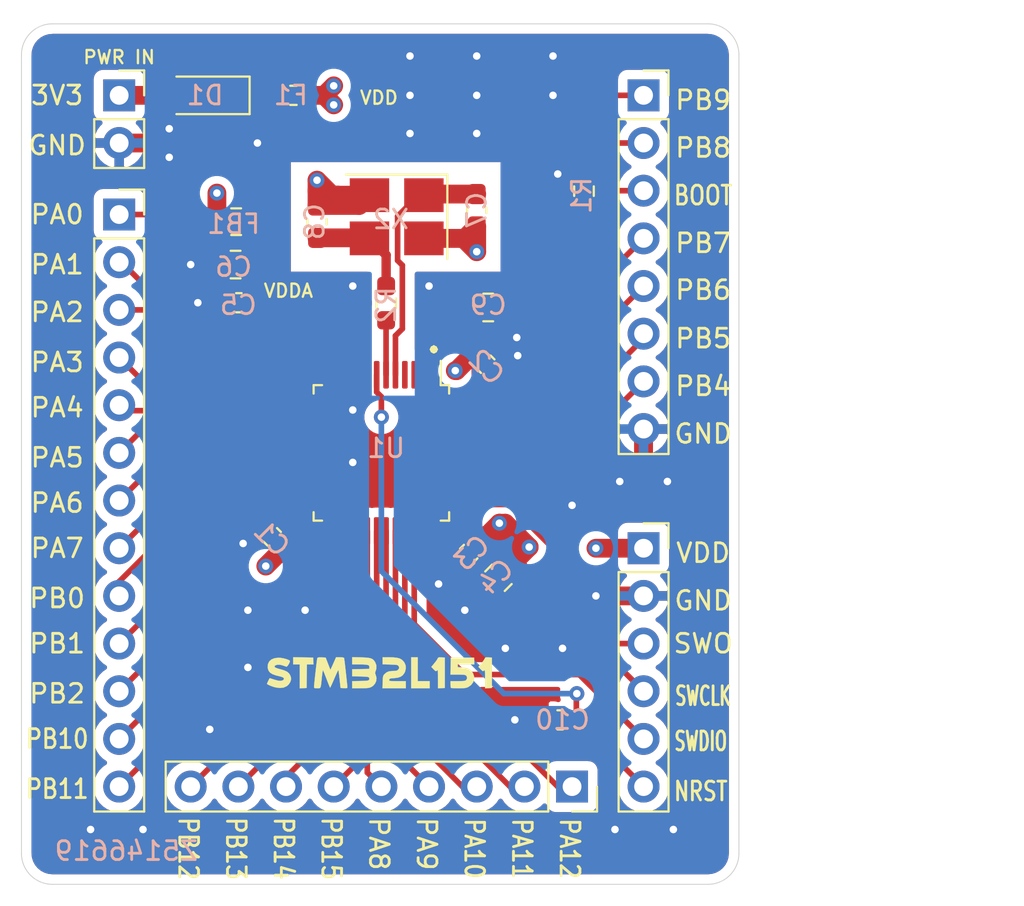
<source format=kicad_pcb>
(kicad_pcb (version 20171130) (host pcbnew "(5.1.10-1-10_14)")
  (layers (0 F.Cu signal) (1 In1.Cu power) (2 In2.Cu power) (31 B.Cu signal) (34 B.Paste user) (35 F.Paste user) (36 B.SilkS user) (37 F.SilkS user) (38 B.Mask user) (39 F.Mask user) (44 Edge.Cuts user))
  (net 0 "")
  (net 1 +3V3)
  (net 2 GND)
  (net 3 +3.3VA)
  (net 4 HSE_IN)
  (net 5 "Net-(C8-Pad1)")
  (net 6 VLCD)
  (net 7 NRST)
  (net 8 "Net-(D1-Pad1)")
  (net 9 "Net-(D1-Pad2)")
  (net 10 PA0)
  (net 11 PA1)
  (net 12 PA2)
  (net 13 PA3)
  (net 14 PA4)
  (net 15 PA5)
  (net 16 PA6)
  (net 17 PA7)
  (net 18 PB0)
  (net 19 PB1)
  (net 20 PB2)
  (net 21 PB10)
  (net 22 PB11)
  (net 23 PB9)
  (net 24 PB8)
  (net 25 BOOT0)
  (net 26 PB7)
  (net 27 PB6)
  (net 28 PB5)
  (net 29 PB4)
  (net 30 SWO)
  (net 31 SWCLK)
  (net 32 SWDIO)
  (net 33 PA12)
  (net 34 PA11)
  (net 35 PA10)
  (net 36 PA9)
  (net 37 PA8)
  (net 38 PB15)
  (net 39 PB14)
  (net 40 PB13)
  (net 41 PB12)
  (net 42 HSE_OUT)
  (net 43 "Net-(U1-Pad2)")
  (net 44 "Net-(U1-Pad3)")
  (net 45 "Net-(U1-Pad4)")
  (net 46 "Net-(U1-Pad38)")
  (module Logos:Logo_STM32L21 (layer F.Cu) (at 91.44 78.994)
    (fp_text reference G*** hide)
    (fp_text value LOGO hide)
  )
  (module Logos:Logo_STM32L1 (layer F.Cu) (at 121.666 70.485)
    (fp_text reference G*** hide)
    (fp_text value LOGO hide)
  )
  (module Connector_PinSocket_2.54mm:PinSocket_1x08_P2.54mm_Vertical (layer F.Cu) (at 105.41 48.26)
    (fp_text reference J3)
    (fp_text value Conn_01x08_Female)
    (pad 8 thru_hole oval (at 0 17.78) (size 1.7 1.7) (drill 1) (layers *.Cu *.Mask) (net 2 GND))
    (pad 7 thru_hole oval (at 0 15.24) (size 1.7 1.7) (drill 1) (layers *.Cu *.Mask) (net 29 PB4))
    (pad 6 thru_hole oval (at 0 12.7) (size 1.7 1.7) (drill 1) (layers *.Cu *.Mask) (net 28 PB5))
    (pad 5 thru_hole oval (at 0 10.16) (size 1.7 1.7) (drill 1) (layers *.Cu *.Mask) (net 27 PB6))
    (pad 4 thru_hole oval (at 0 7.62) (size 1.7 1.7) (drill 1) (layers *.Cu *.Mask) (net 26 PB7))
    (pad 3 thru_hole oval (at 0 5.08) (size 1.7 1.7) (drill 1) (layers *.Cu *.Mask) (net 25 BOOT0))
    (pad 2 thru_hole oval (at 0 2.54) (size 1.7 1.7) (drill 1) (layers *.Cu *.Mask) (net 24 PB8))
    (pad 1 thru_hole rect (at 0 0) (size 1.7 1.7) (drill 1) (layers *.Cu *.Mask) (net 23 PB9))
  )
  (module Connector_PinSocket_2.54mm:PinSocket_1x06_P2.54mm_Vertical (layer F.Cu) (at 105.41 72.39)
    (fp_text reference J4)
    (fp_text value Conn_01x06_Female)
    (pad 6 thru_hole oval (at 0 12.7) (size 1.7 1.7) (drill 1) (layers *.Cu *.Mask) (net 7 NRST))
    (pad 5 thru_hole oval (at 0 10.16) (size 1.7 1.7) (drill 1) (layers *.Cu *.Mask) (net 32 SWDIO))
    (pad 4 thru_hole oval (at 0 7.62) (size 1.7 1.7) (drill 1) (layers *.Cu *.Mask) (net 31 SWCLK))
    (pad 3 thru_hole oval (at 0 5.08) (size 1.7 1.7) (drill 1) (layers *.Cu *.Mask) (net 30 SWO))
    (pad 2 thru_hole oval (at 0 2.54) (size 1.7 1.7) (drill 1) (layers *.Cu *.Mask) (net 2 GND))
    (pad 1 thru_hole rect (at 0 0) (size 1.7 1.7) (drill 1) (layers *.Cu *.Mask) (net 1 +3V3))
  )
  (module Connector_PinSocket_2.54mm:PinSocket_1x13_P2.54mm_Vertical (layer F.Cu) (at 77.47 54.61)
    (fp_text reference J2)
    (fp_text value Conn_01x13_Female)
    (pad 13 thru_hole oval (at 0 30.48) (size 1.7 1.7) (drill 1) (layers *.Cu *.Mask) (net 22 PB11))
    (pad 12 thru_hole oval (at 0 27.94) (size 1.7 1.7) (drill 1) (layers *.Cu *.Mask) (net 21 PB10))
    (pad 11 thru_hole oval (at 0 25.4) (size 1.7 1.7) (drill 1) (layers *.Cu *.Mask) (net 20 PB2))
    (pad 10 thru_hole oval (at 0 22.86) (size 1.7 1.7) (drill 1) (layers *.Cu *.Mask) (net 19 PB1))
    (pad 9 thru_hole oval (at 0 20.32) (size 1.7 1.7) (drill 1) (layers *.Cu *.Mask) (net 18 PB0))
    (pad 8 thru_hole oval (at 0 17.78) (size 1.7 1.7) (drill 1) (layers *.Cu *.Mask) (net 17 PA7))
    (pad 7 thru_hole oval (at 0 15.24) (size 1.7 1.7) (drill 1) (layers *.Cu *.Mask) (net 16 PA6))
    (pad 6 thru_hole oval (at 0 12.7) (size 1.7 1.7) (drill 1) (layers *.Cu *.Mask) (net 15 PA5))
    (pad 5 thru_hole oval (at 0 10.16) (size 1.7 1.7) (drill 1) (layers *.Cu *.Mask) (net 14 PA4))
    (pad 4 thru_hole oval (at 0 7.62) (size 1.7 1.7) (drill 1) (layers *.Cu *.Mask) (net 13 PA3))
    (pad 3 thru_hole oval (at 0 5.08) (size 1.7 1.7) (drill 1) (layers *.Cu *.Mask) (net 12 PA2))
    (pad 2 thru_hole oval (at 0 2.54) (size 1.7 1.7) (drill 1) (layers *.Cu *.Mask) (net 11 PA1))
    (pad 1 thru_hole rect (at 0 0) (size 1.7 1.7) (drill 1) (layers *.Cu *.Mask) (net 10 PA0))
  )
  (module Connector_PinSocket_2.54mm:PinSocket_1x09_P2.54mm_Vertical (layer F.Cu) (at 101.6 85.09 270)
    (fp_text reference J5)
    (fp_text value Conn_01x09_Female)
    (pad 9 thru_hole oval (at 0 20.32 270) (size 1.7 1.7) (drill 1) (layers *.Cu *.Mask) (net 41 PB12))
    (pad 8 thru_hole oval (at 0 17.78 270) (size 1.7 1.7) (drill 1) (layers *.Cu *.Mask) (net 40 PB13))
    (pad 7 thru_hole oval (at 0 15.24 270) (size 1.7 1.7) (drill 1) (layers *.Cu *.Mask) (net 39 PB14))
    (pad 6 thru_hole oval (at 0 12.7 270) (size 1.7 1.7) (drill 1) (layers *.Cu *.Mask) (net 38 PB15))
    (pad 5 thru_hole oval (at 0 10.16 270) (size 1.7 1.7) (drill 1) (layers *.Cu *.Mask) (net 37 PA8))
    (pad 4 thru_hole oval (at 0 7.62 270) (size 1.7 1.7) (drill 1) (layers *.Cu *.Mask) (net 36 PA9))
    (pad 3 thru_hole oval (at 0 5.08 270) (size 1.7 1.7) (drill 1) (layers *.Cu *.Mask) (net 35 PA10))
    (pad 2 thru_hole oval (at 0 2.54 270) (size 1.7 1.7) (drill 1) (layers *.Cu *.Mask) (net 34 PA11))
    (pad 1 thru_hole rect (at 0 0 270) (size 1.7 1.7) (drill 1) (layers *.Cu *.Mask) (net 33 PA12))
  )
  (module Connector_PinSocket_2.54mm:PinSocket_1x02_P2.54mm_Vertical (layer F.Cu) (at 77.47 48.26)
    (fp_text reference J1)
    (fp_text value Conn_01x02_Female)
    (pad 2 thru_hole oval (at 0 2.54) (size 1.7 1.7) (drill 1) (layers *.Cu *.Mask) (net 2 GND))
    (pad 1 thru_hole rect (at 0 0) (size 1.7 1.7) (drill 1) (layers *.Cu *.Mask) (net 9 "Net-(D1-Pad2)"))
  )
  (module Capacitor_SMD:C_0603_1608Metric_Pad1.08x0.95mm_HandSolder (layer F.Cu) (at 85.62312 71.78012 135)
    (fp_text reference C1 (at -0.054278 -0.089803 135) (layer B.SilkS) (effects (justify mirror)))
    (fp_text value 100n)
    (pad 1 smd roundrect (at -0.8625 0 135) (size 1.075 0.95) (layers F.Cu F.Paste F.Mask) (net 1 +3V3))
    (pad 2 smd roundrect (at 0.8625 0 135) (size 1.075 0.95) (layers F.Cu F.Paste F.Mask) (net 2 GND))
  )
  (module Capacitor_SMD:C_0603_1608Metric_Pad1.08x0.95mm_HandSolder (layer F.Cu) (at 97.00288 62.58588 315)
    (fp_text reference C2 (at 0.125328 0.089803 135) (layer B.SilkS) (effects (justify mirror)))
    (fp_text value 100n)
    (pad 2 smd roundrect (at 0.8625 0 315) (size 1.075 0.95) (layers F.Cu F.Paste F.Mask) (net 2 GND))
    (pad 1 smd roundrect (at -0.8625 0 315) (size 1.075 0.95) (layers F.Cu F.Paste F.Mask) (net 1 +3V3))
  )
  (module Capacitor_SMD:C_0603_1608Metric_Pad1.08x0.95mm_HandSolder (layer F.Cu) (at 96.095668 72.671779 225)
    (fp_text reference C3 (at -0.140086 -0.1008 45) (layer B.SilkS) (effects (justify mirror)))
    (fp_text value 100n)
    (pad 1 smd roundrect (at -0.8625 0 225) (size 1.075 0.95) (layers F.Cu F.Paste F.Mask) (net 1 +3V3))
    (pad 2 smd roundrect (at 0.8625 0 225) (size 1.075 0.95) (layers F.Cu F.Paste F.Mask) (net 2 GND))
  )
  (module Capacitor_SMD:C_0805_2012Metric_Pad1.18x1.45mm_HandSolder (layer F.Cu) (at 97.678173 73.962956 225)
    (fp_text reference C4 (at 0.065914 0.135149 45) (layer B.SilkS) (effects (justify mirror)))
    (fp_text value 10u)
    (pad 1 smd roundrect (at -1.0375 0 225) (size 1.175 1.45) (layers F.Cu F.Paste F.Mask) (roundrect_rratio 0.2127659574468085) (net 1 +3V3))
    (pad 2 smd roundrect (at 1.0375 0 225) (size 1.175 1.45) (layers F.Cu F.Paste F.Mask) (roundrect_rratio 0.2127659574468085) (net 2 GND))
  )
  (module Capacitor_SMD:C_0603_1608Metric_Pad1.08x0.95mm_HandSolder (layer F.Cu) (at 83.8465 59.309 180)
    (fp_text reference C5 (at 0.0265 -0.127) (layer B.SilkS) (effects (justify mirror)))
    (fp_text value 100n)
    (pad 2 smd roundrect (at 0.8625 0 180) (size 1.075 0.95) (layers F.Cu F.Paste F.Mask) (net 2 GND))
    (pad 1 smd roundrect (at -0.8625 0 180) (size 1.075 0.95) (layers F.Cu F.Paste F.Mask) (net 3 +3.3VA))
  )
  (module Capacitor_SMD:C_0805_2012Metric_Pad1.18x1.45mm_HandSolder (layer F.Cu) (at 83.6715 57.277 180)
    (fp_text reference C6 (at 0.1055 -0.127) (layer B.SilkS) (effects (justify mirror)))
    (fp_text value 1u)
    (pad 2 smd roundrect (at 1.0375 0 180) (size 1.175 1.45) (layers F.Cu F.Paste F.Mask) (roundrect_rratio 0.2127659574468085) (net 2 GND))
    (pad 1 smd roundrect (at -1.0375 0 180) (size 1.175 1.45) (layers F.Cu F.Paste F.Mask) (roundrect_rratio 0.2127659574468085) (net 3 +3.3VA))
  )
  (module Capacitor_SMD:C_0603_1608Metric_Pad1.08x0.95mm_HandSolder (layer F.Cu) (at 96.52 54.3825 270)
    (fp_text reference C7 (at 0 0 90) (layer B.SilkS) (effects (justify mirror)))
    (fp_text value 12p)
    (pad 1 smd roundrect (at -0.8625 0 270) (size 1.075 0.95) (layers F.Cu F.Paste F.Mask) (net 4 HSE_IN))
    (pad 2 smd roundrect (at 0.8625 0 270) (size 1.075 0.95) (layers F.Cu F.Paste F.Mask) (net 2 GND))
  )
  (module Capacitor_SMD:C_0603_1608Metric_Pad1.08x0.95mm_HandSolder (layer F.Cu) (at 88.011 54.991 90)
    (fp_text reference C8 (at 0 -0.127 90) (layer B.SilkS) (effects (justify mirror)))
    (fp_text value 12p)
    (pad 2 smd roundrect (at 0.8625 0 90) (size 1.075 0.95) (layers F.Cu F.Paste F.Mask) (net 2 GND))
    (pad 1 smd roundrect (at -0.8625 0 90) (size 1.075 0.95) (layers F.Cu F.Paste F.Mask) (net 5 "Net-(C8-Pad1)"))
  )
  (module Capacitor_SMD:C_0805_2012Metric_Pad1.18x1.45mm_HandSolder (layer F.Cu) (at 97.1335 59.563)
    (fp_text reference C9 (at 0 -0.127) (layer B.SilkS) (effects (justify mirror)))
    (fp_text value 1u)
    (pad 1 smd roundrect (at -1.0375 0) (size 1.175 1.45) (layers F.Cu F.Paste F.Mask) (roundrect_rratio 0.2127659574468085) (net 6 VLCD))
    (pad 2 smd roundrect (at 1.0375 0) (size 1.175 1.45) (layers F.Cu F.Paste F.Mask) (roundrect_rratio 0.2127659574468085) (net 2 GND))
  )
  (module Capacitor_SMD:C_0603_1608Metric_Pad1.08x0.95mm_HandSolder (layer F.Cu) (at 100.965 81.534 180)
    (fp_text reference C10 (at -0.127 0) (layer B.SilkS) (effects (justify mirror)))
    (fp_text value 100n)
    (pad 1 smd roundrect (at -0.8625 0 180) (size 1.075 0.95) (layers F.Cu F.Paste F.Mask) (net 7 NRST))
    (pad 2 smd roundrect (at 0.8625 0 180) (size 1.075 0.95) (layers F.Cu F.Paste F.Mask) (net 2 GND))
  )
  (module Diode_SMD:D_SOD-123 (layer F.Cu) (at 82.17 48.26 180)
    (fp_text reference D1 (at 0.128 0) (layer B.SilkS) (effects (justify mirror)))
    (fp_text value B5619W)
    (pad 1 smd rect (at -1.65 0 180) (size 0.9 1.2) (layers F.Cu F.Paste F.Mask) (net 8 "Net-(D1-Pad1)"))
    (pad 2 smd rect (at 1.65 0 180) (size 0.9 1.2) (layers F.Cu F.Paste F.Mask) (net 9 "Net-(D1-Pad2)"))
  )
  (module Fuse:Fuse_0603_1608Metric_Pad1.05x0.95mm_HandSolder (layer F.Cu) (at 86.755 48.26 180)
    (fp_text reference F1 (at 0.141 0) (layer B.SilkS) (effects (justify mirror)))
    (fp_text value 500mA)
    (pad 1 smd roundrect (at -0.875 0 180) (size 1.05 0.95) (layers F.Cu F.Paste F.Mask) (net 1 +3V3))
    (pad 2 smd roundrect (at 0.875 0 180) (size 1.05 0.95) (layers F.Cu F.Paste F.Mask) (net 8 "Net-(D1-Pad1)"))
  )
  (module Inductor_SMD:L_0805_2012Metric_Pad1.15x1.40mm_HandSolder (layer F.Cu) (at 83.702 54.991 180)
    (fp_text reference FB1 (at 0.136 -0.127) (layer B.SilkS) (effects (justify mirror)))
    (fp_text value "100 @ 100MHz")
    (pad 1 smd roundrect (at -1.025 0 180) (size 1.15 1.4) (layers F.Cu F.Paste F.Mask) (roundrect_rratio 0.2173904347826087) (net 3 +3.3VA))
    (pad 2 smd roundrect (at 1.025 0 180) (size 1.15 1.4) (layers F.Cu F.Paste F.Mask) (roundrect_rratio 0.2173904347826087) (net 1 +3V3))
  )
  (module Resistor_SMD:R_0603_1608Metric_Pad0.98x0.95mm_HandSolder (layer F.Cu) (at 102.235 53.3635 90)
    (fp_text reference R1 (at -0.2305 -0.127 90) (layer B.SilkS) (effects (justify mirror)))
    (fp_text value 10k)
    (pad 2 smd roundrect (at 0.9125 0 90) (size 0.975 0.95) (layers F.Cu F.Paste F.Mask) (net 2 GND))
    (pad 1 smd roundrect (at -0.9125 0 90) (size 0.975 0.95) (layers F.Cu F.Paste F.Mask) (net 25 BOOT0))
  )
  (module Resistor_SMD:R_0603_1608Metric_Pad0.98x0.95mm_HandSolder (layer F.Cu) (at 91.694 59.3325 90)
    (fp_text reference R2 (at -0.1035 0 90) (layer B.SilkS) (effects (justify mirror)))
    (fp_text value 220)
    (pad 1 smd roundrect (at -0.9125 0 90) (size 0.975 0.95) (layers F.Cu F.Paste F.Mask) (net 42 HSE_OUT))
    (pad 2 smd roundrect (at 0.9125 0 90) (size 0.975 0.95) (layers F.Cu F.Paste F.Mask) (net 5 "Net-(C8-Pad1)"))
  )
  (module Package_QFP:LQFP-48_7x7mm_P0.5mm (layer F.Cu) (at 91.44 67.31 270)
    (fp_text reference U1 (at -0.254 -0.254) (layer B.SilkS) (effects (justify mirror)))
    (fp_text value STM32L151CCTx)
    (pad 1 smd roundrect (at -4.1625 -2.75 270) (size 1.475 0.3) (layers F.Cu F.Paste F.Mask) (net 6 VLCD))
    (pad 2 smd roundrect (at -4.1625 -2.25 270) (size 1.475 0.3) (layers F.Cu F.Paste F.Mask) (net 43 "Net-(U1-Pad2)"))
    (pad 3 smd roundrect (at -4.1625 -1.75 270) (size 1.475 0.3) (layers F.Cu F.Paste F.Mask) (net 44 "Net-(U1-Pad3)"))
    (pad 4 smd roundrect (at -4.1625 -1.25 270) (size 1.475 0.3) (layers F.Cu F.Paste F.Mask) (net 45 "Net-(U1-Pad4)"))
    (pad 5 smd roundrect (at -4.1625 -0.75 270) (size 1.475 0.3) (layers F.Cu F.Paste F.Mask) (net 4 HSE_IN))
    (pad 6 smd roundrect (at -4.1625 -0.25 270) (size 1.475 0.3) (layers F.Cu F.Paste F.Mask) (net 42 HSE_OUT))
    (pad 7 smd roundrect (at -4.1625 0.25 270) (size 1.475 0.3) (layers F.Cu F.Paste F.Mask) (net 7 NRST))
    (pad 8 smd roundrect (at -4.1625 0.75 270) (size 1.475 0.3) (layers F.Cu F.Paste F.Mask) (net 2 GND))
    (pad 9 smd roundrect (at -4.1625 1.25 270) (size 1.475 0.3) (layers F.Cu F.Paste F.Mask) (net 3 +3.3VA))
    (pad 10 smd roundrect (at -4.1625 1.75 270) (size 1.475 0.3) (layers F.Cu F.Paste F.Mask) (net 10 PA0))
    (pad 11 smd roundrect (at -4.1625 2.25 270) (size 1.475 0.3) (layers F.Cu F.Paste F.Mask) (net 11 PA1))
    (pad 12 smd roundrect (at -4.1625 2.75 270) (size 1.475 0.3) (layers F.Cu F.Paste F.Mask) (net 12 PA2))
    (pad 13 smd roundrect (at -2.75 4.1625 270) (size 0.3 1.475) (layers F.Cu F.Paste F.Mask) (net 13 PA3))
    (pad 14 smd roundrect (at -2.25 4.1625 270) (size 0.3 1.475) (layers F.Cu F.Paste F.Mask) (net 14 PA4))
    (pad 15 smd roundrect (at -1.75 4.1625 270) (size 0.3 1.475) (layers F.Cu F.Paste F.Mask) (net 15 PA5))
    (pad 16 smd roundrect (at -1.25 4.1625 270) (size 0.3 1.475) (layers F.Cu F.Paste F.Mask) (net 16 PA6))
    (pad 17 smd roundrect (at -0.75 4.1625 270) (size 0.3 1.475) (layers F.Cu F.Paste F.Mask) (net 17 PA7))
    (pad 18 smd roundrect (at -0.25 4.1625 270) (size 0.3 1.475) (layers F.Cu F.Paste F.Mask) (net 18 PB0))
    (pad 19 smd roundrect (at 0.25 4.1625 270) (size 0.3 1.475) (layers F.Cu F.Paste F.Mask) (net 19 PB1))
    (pad 20 smd roundrect (at 0.75 4.1625 270) (size 0.3 1.475) (layers F.Cu F.Paste F.Mask) (net 20 PB2))
    (pad 21 smd roundrect (at 1.25 4.1625 270) (size 0.3 1.475) (layers F.Cu F.Paste F.Mask) (net 21 PB10))
    (pad 22 smd roundrect (at 1.75 4.1625 270) (size 0.3 1.475) (layers F.Cu F.Paste F.Mask) (net 22 PB11))
    (pad 23 smd roundrect (at 2.25 4.1625 270) (size 0.3 1.475) (layers F.Cu F.Paste F.Mask) (net 2 GND))
    (pad 24 smd roundrect (at 2.75 4.1625 270) (size 0.3 1.475) (layers F.Cu F.Paste F.Mask) (net 1 +3V3))
    (pad 25 smd roundrect (at 4.1625 2.75 270) (size 1.475 0.3) (layers F.Cu F.Paste F.Mask) (net 41 PB12))
    (pad 26 smd roundrect (at 4.1625 2.25 270) (size 1.475 0.3) (layers F.Cu F.Paste F.Mask) (net 40 PB13))
    (pad 27 smd roundrect (at 4.1625 1.75 270) (size 1.475 0.3) (layers F.Cu F.Paste F.Mask) (net 39 PB14))
    (pad 28 smd roundrect (at 4.1625 1.25 270) (size 1.475 0.3) (layers F.Cu F.Paste F.Mask) (net 38 PB15))
    (pad 29 smd roundrect (at 4.1625 0.75 270) (size 1.475 0.3) (layers F.Cu F.Paste F.Mask) (net 37 PA8))
    (pad 30 smd roundrect (at 4.1625 0.25 270) (size 1.475 0.3) (layers F.Cu F.Paste F.Mask) (net 36 PA9))
    (pad 31 smd roundrect (at 4.1625 -0.25 270) (size 1.475 0.3) (layers F.Cu F.Paste F.Mask) (net 35 PA10))
    (pad 32 smd roundrect (at 4.1625 -0.75 270) (size 1.475 0.3) (layers F.Cu F.Paste F.Mask) (net 34 PA11))
    (pad 33 smd roundrect (at 4.1625 -1.25 270) (size 1.475 0.3) (layers F.Cu F.Paste F.Mask) (net 33 PA12))
    (pad 34 smd roundrect (at 4.1625 -1.75 270) (size 1.475 0.3) (layers F.Cu F.Paste F.Mask) (net 32 SWDIO))
    (pad 35 smd roundrect (at 4.1625 -2.25 270) (size 1.475 0.3) (layers F.Cu F.Paste F.Mask) (net 2 GND))
    (pad 36 smd roundrect (at 4.1625 -2.75 270) (size 1.475 0.3) (layers F.Cu F.Paste F.Mask) (net 1 +3V3))
    (pad 37 smd roundrect (at 2.75 -4.1625 270) (size 0.3 1.475) (layers F.Cu F.Paste F.Mask) (net 31 SWCLK))
    (pad 38 smd roundrect (at 2.25 -4.1625 270) (size 0.3 1.475) (layers F.Cu F.Paste F.Mask) (net 46 "Net-(U1-Pad38)"))
    (pad 39 smd roundrect (at 1.75 -4.1625 270) (size 0.3 1.475) (layers F.Cu F.Paste F.Mask) (net 30 SWO))
    (pad 40 smd roundrect (at 1.25 -4.1625 270) (size 0.3 1.475) (layers F.Cu F.Paste F.Mask) (net 29 PB4))
    (pad 41 smd roundrect (at 0.75 -4.1625 270) (size 0.3 1.475) (layers F.Cu F.Paste F.Mask) (net 28 PB5))
    (pad 42 smd roundrect (at 0.25 -4.1625 270) (size 0.3 1.475) (layers F.Cu F.Paste F.Mask) (net 27 PB6))
    (pad 43 smd roundrect (at -0.25 -4.1625 270) (size 0.3 1.475) (layers F.Cu F.Paste F.Mask) (net 26 PB7))
    (pad 44 smd roundrect (at -0.75 -4.1625 270) (size 0.3 1.475) (layers F.Cu F.Paste F.Mask) (net 25 BOOT0))
    (pad 45 smd roundrect (at -1.25 -4.1625 270) (size 0.3 1.475) (layers F.Cu F.Paste F.Mask) (net 24 PB8))
    (pad 46 smd roundrect (at -1.75 -4.1625 270) (size 0.3 1.475) (layers F.Cu F.Paste F.Mask) (net 23 PB9))
    (pad 47 smd roundrect (at -2.25 -4.1625 270) (size 0.3 1.475) (layers F.Cu F.Paste F.Mask) (net 2 GND))
    (pad 48 smd roundrect (at -2.75 -4.1625 270) (size 0.3 1.475) (layers F.Cu F.Paste F.Mask) (net 1 +3V3))
  )
  (module Crystal:Crystal_SMD_3225-4Pin_3.2x2.5mm_HandSoldering (layer F.Cu) (at 92.255 54.73 180)
    (fp_text reference X2 (at 0.307 -0.134) (layer B.SilkS) (effects (justify mirror)))
    (fp_text value 16MHz)
    (pad 1 smd rect (at -1.45 1.15 180) (size 2.1 1.8) (layers F.Cu F.Paste F.Mask) (net 4 HSE_IN))
    (pad 2 smd rect (at 1.45 1.15 180) (size 2.1 1.8) (layers F.Cu F.Paste F.Mask) (net 2 GND))
    (pad 3 smd rect (at 1.45 -1.15 180) (size 2.1 1.8) (layers F.Cu F.Paste F.Mask) (net 5 "Net-(C8-Pad1)"))
    (pad 4 smd rect (at -1.45 -1.15 180) (size 2.1 1.8) (layers F.Cu F.Paste F.Mask) (net 2 GND))
  )
  (gr_text "VDD\n" (at 91.313 48.387) (layer F.SilkS) (effects (font (size 0.7 0.7) (thickness 0.125))))
  (gr_text VDDA (at 86.487 58.674) (layer F.SilkS) (effects (font (size 0.7 0.7) (thickness 0.125))))
  (gr_text • (at 94.234 61.722) (layer F.SilkS) (effects (font (size 1 1))))
  (gr_text "PWR IN" (at 77.47 46.228) (layer F.SilkS) (effects (font (size 0.7 0.7) (thickness 0.125))))
  (gr_text Z5146619 (at 77.851 88.519) (layer B.SilkS) (effects (font (size 1 1)) (justify mirror)))
  (gr_text PB11 (at 74.168 85.217) (layer F.SilkS) (effects (font (size 1 0.85))))
  (gr_text PB10 (at 74.168 82.55) (layer F.SilkS) (effects (font (size 1 0.85))))
  (gr_text PB2 (at 74.168 80.137) (layer F.SilkS) (effects (font (size 1 1))))
  (gr_text PB1 (at 74.168 77.47) (layer F.SilkS) (effects (font (size 1 1))))
  (gr_text PB0 (at 74.168 75.057) (layer F.SilkS) (effects (font (size 1 1))))
  (gr_text PA7 (at 74.168 72.39) (layer F.SilkS) (effects (font (size 1 1))))
  (gr_text "PA6\n" (at 74.168 69.977) (layer F.SilkS) (effects (font (size 1 1))))
  (gr_text "PA5\n" (at 74.168 67.564) (layer F.SilkS) (effects (font (size 1 1))))
  (gr_text "PA4\n" (at 74.168 64.897) (layer F.SilkS) (effects (font (size 1 1))))
  (gr_text "PA3\n" (at 74.168 62.484) (layer F.SilkS) (effects (font (size 1 1))))
  (gr_text PA2 (at 74.168 59.817) (layer F.SilkS) (effects (font (size 1 1))))
  (gr_text "PA1\n" (at 74.168 57.277) (layer F.SilkS) (effects (font (size 1 1))))
  (gr_text "PA0\n" (at 74.168 54.61) (layer F.SilkS) (effects (font (size 1 1))))
  (gr_text GND (at 74.168 50.927) (layer F.SilkS) (effects (font (size 1 1))))
  (gr_text 3V3 (at 74.168 48.26) (layer F.SilkS) (effects (font (size 1 1))))
  (gr_text "PB12\n" (at 81.153 88.392 -90) (layer F.SilkS) (effects (font (size 1 0.85))))
  (gr_text PB13 (at 83.693 88.392 -90) (layer F.SilkS) (effects (font (size 1 0.85))))
  (gr_text "PB14\n" (at 86.233 88.392 -90) (layer F.SilkS) (effects (font (size 1 0.85))))
  (gr_text PB15 (at 88.773 88.392 -90) (layer F.SilkS) (effects (font (size 1 0.85))))
  (gr_text "PA8\n" (at 91.313 88.138 270) (layer F.SilkS) (effects (font (size 1 1))))
  (gr_text "PA9\n" (at 93.853 88.138 270) (layer F.SilkS) (effects (font (size 1 1))))
  (gr_text "PA10\n" (at 96.393 88.392 -90) (layer F.SilkS) (effects (font (size 1 0.85))))
  (gr_text PA11 (at 98.933 88.392 -90) (layer F.SilkS) (effects (font (size 1 0.85))))
  (gr_text PA12 (at 101.473 88.392 -90) (layer F.SilkS) (effects (font (size 1 0.85))))
  (gr_text NRST (at 108.458 85.344) (layer F.SilkS) (effects (font (size 1 0.75))))
  (gr_text SWDIO (at 108.458 82.677) (layer F.SilkS) (effects (font (size 1 0.6))))
  (gr_text SWCLK (at 108.585 80.264) (layer F.SilkS) (effects (font (size 1 0.6))))
  (gr_text SWO (at 108.585 77.47) (layer F.SilkS) (effects (font (size 1 1))))
  (gr_text "GND\n" (at 108.585 75.184) (layer F.SilkS) (effects (font (size 1 1))))
  (gr_text VDD (at 108.585 72.644) (layer F.SilkS) (effects (font (size 1 1))))
  (gr_text GND (at 108.585 66.294) (layer F.SilkS) (effects (font (size 1 1))))
  (gr_text PB4 (at 108.585 63.754) (layer F.SilkS) (effects (font (size 1 1))))
  (gr_text PB5 (at 108.585 61.214) (layer F.SilkS) (effects (font (size 1 1))))
  (gr_text "PB6\n\n" (at 108.585 59.436) (layer F.SilkS) (effects (font (size 1 1))))
  (gr_text PB7 (at 108.585 56.134) (layer F.SilkS) (effects (font (size 1 1))))
  (gr_text BOOT (at 108.585 53.594) (layer F.SilkS) (effects (font (size 1 0.8))))
  (gr_text "PB8\n" (at 108.585 51.054) (layer F.SilkS) (effects (font (size 1 1))))
  (gr_text "PB9\n" (at 108.585 48.514) (layer F.SilkS) (effects (font (size 1 1))))
  (gr_arc (start 108.839 46.101) (end 110.49 46.101) (angle -90) (layer Edge.Cuts) (width 0.05))
  (gr_arc (start 108.839 88.646) (end 108.839 90.297) (angle -90) (layer Edge.Cuts) (width 0.05))
  (gr_arc (start 73.914 88.646) (end 72.263 88.646) (angle -90) (layer Edge.Cuts) (width 0.05))
  (gr_arc (start 73.914 46.101) (end 73.914 44.45) (angle -90) (layer Edge.Cuts) (width 0.05))
  (gr_line (start 108.839 44.45) (end 73.914 44.45) (layer Edge.Cuts) (width 0.05))
  (gr_line (start 72.263 88.646) (end 72.263 46.101) (layer Edge.Cuts) (width 0.05))
  (gr_line (start 108.839 90.297) (end 73.914 90.297) (layer Edge.Cuts) (width 0.05))
  (gr_line (start 110.49 46.101) (end 110.49 88.646) (layer Edge.Cuts) (width 0.05))
  (via (at 91.44 65.405) (size 0.8) (drill 0.4) (layers F.Cu B.Cu) (net 7))
  (via (at 94.488 74.295) (size 0.8) (drill 0.4) (layers F.Cu B.Cu) (net 2))
  (segment (start 85.01324 70.81576) (end 85.01324 71.17024) (width 0.3) (layer F.Cu) (net 2))
  (via (at 95.885 75.692) (size 0.8) (drill 0.4) (layers F.Cu B.Cu) (net 2))
  (via (at 99.314 72.3265) (size 0.8) (drill 0.4) (layers F.Cu B.Cu) (net 1))
  (segment (start 98.411796 73.229333) (end 98.474667 73.229333) (width 1) (layer F.Cu) (net 1))
  (via (at 97.7265 71.0565) (size 0.8) (drill 0.4) (layers F.Cu B.Cu) (net 1))
  (segment (start 96.721101 72.061899) (end 97.7265 71.0565) (width 1) (layer F.Cu) (net 1))
  (segment (start 96.705548 72.061899) (end 96.721101 72.061899) (width 1) (layer F.Cu) (net 1))
  (segment (start 98.044 71.0565) (end 99.314 72.3265) (width 1) (layer F.Cu) (net 1))
  (segment (start 97.7265 71.0565) (end 98.044 71.0565) (width 1) (layer F.Cu) (net 1))
  (segment (start 98.411796 73.228704) (end 99.314 72.3265) (width 1) (layer F.Cu) (net 1))
  (segment (start 98.411796 73.229333) (end 98.411796 73.228704) (width 1) (layer F.Cu) (net 1))
  (via (at 85.2805 73.3425) (size 0.8) (drill 0.4) (layers F.Cu B.Cu) (net 1))
  (segment (start 85.2805 73.3425) (end 86.233 72.39) (width 1) (layer F.Cu) (net 1))
  (via (at 95.377 62.9285) (size 0.8) (drill 0.4) (layers F.Cu B.Cu) (net 1))
  (segment (start 95.4405 62.9285) (end 96.393 61.976) (width 1) (layer F.Cu) (net 1))
  (segment (start 95.377 62.9285) (end 95.4405 62.9285) (width 1) (layer F.Cu) (net 1))
  (via (at 88.9 47.752) (size 0.8) (drill 0.4) (layers F.Cu B.Cu) (net 1))
  (via (at 88.9 48.768) (size 0.8) (drill 0.4) (layers F.Cu B.Cu) (net 1))
  (segment (start 88.392 48.26) (end 88.9 47.752) (width 1) (layer F.Cu) (net 1))
  (segment (start 88.392 48.26) (end 88.9 48.768) (width 1) (layer F.Cu) (net 1))
  (segment (start 87.63 48.26) (end 88.392 48.26) (width 1) (layer F.Cu) (net 1))
  (segment (start 95.6025 64.56) (end 96.349 64.56) (width 0.3) (layer F.Cu) (net 1))
  (segment (start 96.393 62.23364) (end 96.393 61.976) (width 0.3) (layer F.Cu) (net 1))
  (segment (start 96.393 61.976) (end 96.393 63.373) (width 0.3) (layer F.Cu) (net 1))
  (segment (start 96.393 63.373) (end 96.774 63.754) (width 0.3) (layer F.Cu) (net 1))
  (segment (start 96.774 63.754) (end 96.774 64.262) (width 0.3) (layer F.Cu) (net 1))
  (segment (start 96.476 64.56) (end 95.6025 64.56) (width 0.3) (layer F.Cu) (net 1))
  (segment (start 96.774 64.262) (end 96.476 64.56) (width 0.3) (layer F.Cu) (net 1))
  (segment (start 87.2775 70.06) (end 86.404 70.06) (width 0.3) (layer F.Cu) (net 1))
  (segment (start 86.404 70.06) (end 86.106 70.358) (width 0.3) (layer F.Cu) (net 1))
  (segment (start 86.106 72.263) (end 86.233 72.39) (width 0.3) (layer F.Cu) (net 1))
  (segment (start 86.106 70.358) (end 86.106 72.263) (width 0.3) (layer F.Cu) (net 1))
  (segment (start 94.19 71.816798) (end 94.19 71.4725) (width 0.3) (layer F.Cu) (net 1))
  (segment (start 94.19 71.4725) (end 94.19 71.965) (width 0.3) (layer F.Cu) (net 1))
  (segment (start 96.705548 72.061899) (end 94.435101 72.061899) (width 0.3) (layer F.Cu) (net 1))
  (segment (start 94.435101 72.061899) (end 94.19 71.816798) (width 0.3) (layer F.Cu) (net 1))
  (segment (start 94.19 71.965) (end 94.19 72.219) (width 0.3) (layer F.Cu) (net 1))
  (via (at 82.677 53.467) (size 0.8) (drill 0.4) (layers F.Cu B.Cu) (net 1))
  (segment (start 82.677 53.467) (end 82.677 54.991) (width 1) (layer F.Cu) (net 1))
  (via (at 102.87 72.39) (size 0.8) (drill 0.4) (layers F.Cu B.Cu) (net 1))
  (segment (start 102.87 72.39) (end 105.41 72.39) (width 1) (layer F.Cu) (net 1))
  (segment (start 97.244362 72.061899) (end 98.411796 73.229333) (width 1) (layer F.Cu) (net 1))
  (segment (start 96.705548 72.061899) (end 97.244362 72.061899) (width 1) (layer F.Cu) (net 1))
  (segment (start 97.7265 72.544037) (end 98.411796 73.229333) (width 1) (layer F.Cu) (net 1))
  (segment (start 97.7265 71.0565) (end 97.7265 72.544037) (width 1) (layer F.Cu) (net 1))
  (segment (start 96.970149 72.3265) (end 96.705548 72.061899) (width 1) (layer F.Cu) (net 1))
  (segment (start 99.314 72.3265) (end 96.970149 72.3265) (width 1) (layer F.Cu) (net 1))
  (via (at 89.916 65.024) (size 0.8) (drill 0.4) (layers F.Cu B.Cu) (net 2))
  (segment (start 94.488 74.295) (end 94.488 74.279447) (width 1) (layer F.Cu) (net 2))
  (segment (start 95.949129 75.692) (end 96.94455 74.696579) (width 1) (layer F.Cu) (net 2))
  (segment (start 95.885 75.692) (end 95.949129 75.692) (width 1) (layer F.Cu) (net 2))
  (segment (start 94.488 74.295) (end 95.885 75.692) (width 1) (layer F.Cu) (net 2))
  (segment (start 94.488 74.295) (end 94.488 74.279447) (width 1) (layer F.Cu) (net 2))
  (via (at 84.074 72.136) (size 0.8) (drill 0.4) (layers F.Cu B.Cu) (net 2))
  (segment (start 84.074 72.10948) (end 85.01324 71.17024) (width 1) (layer F.Cu) (net 2))
  (segment (start 84.074 72.136) (end 84.074 72.10948) (width 1) (layer F.Cu) (net 2))
  (via (at 98.7044 62.1284) (size 0.8) (drill 0.4) (layers F.Cu B.Cu) (net 2))
  (via (at 98.6536 61.1632) (size 0.8) (drill 0.4) (layers F.Cu B.Cu) (net 2))
  (segment (start 97.61276 63.19576) (end 97.68784 63.19576) (width 1) (layer F.Cu) (net 2))
  (segment (start 97.63704 63.19576) (end 98.7044 62.1284) (width 1) (layer F.Cu) (net 2))
  (segment (start 97.61276 63.19576) (end 97.63704 63.19576) (width 1) (layer F.Cu) (net 2))
  (segment (start 98.171 60.6806) (end 98.6536 61.1632) (width 1) (layer F.Cu) (net 2))
  (segment (start 98.171 59.563) (end 98.171 60.6806) (width 1) (layer F.Cu) (net 2))
  (segment (start 98.7044 61.214) (end 98.6536 61.1632) (width 1) (layer F.Cu) (net 2))
  (segment (start 98.7044 62.1284) (end 98.7044 61.214) (width 1) (layer F.Cu) (net 2))
  (segment (start 90.69 64.6564) (end 90.678 64.6684) (width 0.3) (layer F.Cu) (net 2))
  (via (at 88.011 52.7812) (size 0.8) (drill 0.4) (layers F.Cu B.Cu) (net 2))
  (via (at 96.52 56.5912) (size 0.8) (drill 0.4) (layers F.Cu B.Cu) (net 2))
  (via (at 80.137 50.038) (size 0.8) (drill 0.4) (layers F.Cu B.Cu) (net 2))
  (via (at 80.137 51.562) (size 0.8) (drill 0.4) (layers F.Cu B.Cu) (net 2))
  (segment (start 79.375 50.8) (end 80.137 50.038) (width 1) (layer F.Cu) (net 2))
  (segment (start 79.375 50.8) (end 80.137 51.562) (width 1) (layer F.Cu) (net 2))
  (segment (start 77.47 50.8) (end 79.375 50.8) (width 1) (layer F.Cu) (net 2))
  (segment (start 80.137 51.562) (end 80.137 50.038) (width 1) (layer F.Cu) (net 2))
  (segment (start 97.40101 63.40751) (end 97.61276 63.19576) (width 0.3) (layer F.Cu) (net 2))
  (segment (start 87.2775 69.56) (end 86.19688 69.56) (width 0.3) (layer F.Cu) (net 2))
  (segment (start 85.01324 70.74364) (end 85.01324 71.17024) (width 0.3) (layer F.Cu) (net 2))
  (segment (start 86.19688 69.56) (end 85.01324 70.74364) (width 0.3) (layer F.Cu) (net 2))
  (segment (start 93.69 71.4725) (end 93.69 72.481) (width 0.3) (layer F.Cu) (net 2))
  (segment (start 94.490659 73.281659) (end 95.485788 73.281659) (width 0.3) (layer F.Cu) (net 2))
  (segment (start 93.69 72.481) (end 94.490659 73.281659) (width 0.3) (layer F.Cu) (net 2))
  (segment (start 94.988223 73.779223) (end 95.485788 73.281659) (width 1) (layer F.Cu) (net 2))
  (segment (start 94.490659 73.281659) (end 94.988223 73.779223) (width 0.3) (layer F.Cu) (net 2))
  (segment (start 94.488 74.279447) (end 94.988223 73.779223) (width 1) (layer F.Cu) (net 2))
  (segment (start 82.984 59.309) (end 82.984 58.981) (width 1) (layer F.Cu) (net 2))
  (segment (start 82.634 58.631) (end 82.634 57.277) (width 1) (layer F.Cu) (net 2))
  (segment (start 82.984 58.981) (end 82.634 58.631) (width 1) (layer F.Cu) (net 2))
  (via (at 81.661 59.309) (size 0.8) (drill 0.4) (layers F.Cu B.Cu) (net 2))
  (via (at 81.28 57.277) (size 0.8) (drill 0.4) (layers F.Cu B.Cu) (net 2))
  (segment (start 81.28 57.277) (end 82.634 57.277) (width 1) (layer F.Cu) (net 2))
  (segment (start 81.661 59.309) (end 82.984 59.309) (width 1) (layer F.Cu) (net 2))
  (segment (start 81.661 57.658) (end 81.28 57.277) (width 1) (layer F.Cu) (net 2))
  (segment (start 81.661 59.309) (end 81.661 57.658) (width 1) (layer F.Cu) (net 2))
  (segment (start 90.2565 54.1285) (end 90.805 53.58) (width 1) (layer F.Cu) (net 2))
  (segment (start 88.011 54.1285) (end 90.2565 54.1285) (width 1) (layer F.Cu) (net 2))
  (segment (start 95.885 55.88) (end 96.52 55.245) (width 1) (layer F.Cu) (net 2))
  (segment (start 93.705 55.88) (end 95.885 55.88) (width 1) (layer F.Cu) (net 2))
  (segment (start 96.52 55.245) (end 96.52 56.5912) (width 1) (layer F.Cu) (net 2))
  (segment (start 88.251 53.58) (end 88.011 53.34) (width 1) (layer F.Cu) (net 2))
  (segment (start 88.011 53.34) (end 88.011 52.7812) (width 1) (layer F.Cu) (net 2))
  (segment (start 88.011 54.1285) (end 88.011 53.34) (width 1) (layer F.Cu) (net 2))
  (via (at 98.552 81.534) (size 0.8) (drill 0.4) (layers F.Cu B.Cu) (net 2))
  (segment (start 100.1025 81.534) (end 98.552 81.534) (width 1) (layer F.Cu) (net 2))
  (via (at 102.87 74.93) (size 0.8) (drill 0.4) (layers F.Cu B.Cu) (net 2))
  (segment (start 105.41 74.93) (end 102.87 74.93) (width 1) (layer F.Cu) (net 2))
  (via (at 100.838 52.451) (size 0.8) (drill 0.4) (layers F.Cu B.Cu) (net 2))
  (segment (start 100.838 52.451) (end 102.235 52.451) (width 0.5) (layer F.Cu) (net 2))
  (segment (start 95.52963 73.281659) (end 96.94455 74.696579) (width 1) (layer F.Cu) (net 2))
  (segment (start 95.485788 73.281659) (end 95.52963 73.281659) (width 1) (layer F.Cu) (net 2))
  (segment (start 95.6025 65.06) (end 96.81012 65.06) (width 0.3) (layer F.Cu) (net 2))
  (segment (start 97.61276 64.25736) (end 97.61276 63.19576) (width 0.3) (layer F.Cu) (net 2))
  (segment (start 96.81012 65.06) (end 97.61276 64.25736) (width 0.3) (layer F.Cu) (net 2))
  (segment (start 94.488 74.295) (end 94.488 73.66) (width 0.3) (layer F.Cu) (net 2))
  (segment (start 94.488 73.66) (end 94.234 73.406) (width 0.3) (layer F.Cu) (net 2))
  (segment (start 95.885 75.692) (end 97.155 75.692) (width 1) (layer F.Cu) (net 2))
  (via (at 104.14 68.834) (size 0.8) (drill 0.4) (layers F.Cu B.Cu) (net 2))
  (segment (start 96.542971 74.295) (end 96.94455 74.696579) (width 1) (layer F.Cu) (net 2))
  (segment (start 94.488 74.295) (end 96.542971 74.295) (width 1) (layer F.Cu) (net 2))
  (segment (start 95.885 73.680871) (end 95.485788 73.281659) (width 1) (layer F.Cu) (net 2))
  (segment (start 95.885 75.692) (end 95.885 73.680871) (width 1) (layer F.Cu) (net 2))
  (segment (start 98.9595 80.391) (end 100.1025 81.534) (width 1) (layer F.Cu) (net 2))
  (segment (start 98.552 80.391) (end 98.9595 80.391) (width 1) (layer F.Cu) (net 2))
  (segment (start 93.705 55.88) (end 95.8088 55.88) (width 1) (layer F.Cu) (net 2))
  (segment (start 95.8088 55.88) (end 96.52 56.5912) (width 1) (layer F.Cu) (net 2))
  (segment (start 88.8098 53.58) (end 89.14 53.58) (width 1) (layer F.Cu) (net 2))
  (segment (start 88.011 52.7812) (end 88.8098 53.58) (width 1) (layer F.Cu) (net 2))
  (segment (start 89.14 53.58) (end 88.251 53.58) (width 1) (layer F.Cu) (net 2))
  (segment (start 90.805 53.58) (end 89.14 53.58) (width 1) (layer F.Cu) (net 2))
  (via (at 106.68 68.834) (size 0.8) (drill 0.4) (layers F.Cu B.Cu) (net 2))
  (segment (start 105.41 67.564) (end 104.14 68.834) (width 1) (layer F.Cu) (net 2))
  (segment (start 105.41 67.564) (end 106.68 68.834) (width 1) (layer F.Cu) (net 2))
  (segment (start 105.41 66.04) (end 105.41 67.564) (width 1) (layer F.Cu) (net 2))
  (segment (start 105.41 68.58) (end 105.664 68.834) (width 1) (layer F.Cu) (net 2))
  (segment (start 105.41 66.04) (end 105.41 68.58) (width 1) (layer F.Cu) (net 2))
  (segment (start 105.664 68.834) (end 106.68 68.834) (width 1) (layer F.Cu) (net 2))
  (segment (start 104.14 68.834) (end 105.664 68.834) (width 1) (layer F.Cu) (net 2))
  (via (at 84.328 75.692) (size 0.8) (drill 0.4) (layers F.Cu B.Cu) (net 2))
  (via (at 87.376 75.692) (size 0.8) (drill 0.4) (layers F.Cu B.Cu) (net 2))
  (via (at 84.328 78.74) (size 0.8) (drill 0.4) (layers F.Cu B.Cu) (net 2))
  (via (at 101.092 77.724) (size 0.8) (drill 0.4) (layers F.Cu B.Cu) (net 2))
  (via (at 98.044 77.724) (size 0.8) (drill 0.4) (layers F.Cu B.Cu) (net 2))
  (via (at 101.6 70.104) (size 0.8) (drill 0.4) (layers F.Cu B.Cu) (net 2))
  (via (at 93.98 58.42) (size 0.8) (drill 0.4) (layers F.Cu B.Cu) (net 2))
  (via (at 89.916 58.42) (size 0.8) (drill 0.4) (layers F.Cu B.Cu) (net 2))
  (via (at 92.964 48.26) (size 0.8) (drill 0.4) (layers F.Cu B.Cu) (net 2))
  (via (at 92.964 50.292) (size 0.8) (drill 0.4) (layers F.Cu B.Cu) (net 2))
  (via (at 96.52 50.292) (size 0.8) (drill 0.4) (layers F.Cu B.Cu) (net 2))
  (via (at 96.52 48.26) (size 0.8) (drill 0.4) (layers F.Cu B.Cu) (net 2))
  (via (at 84.836 50.8) (size 0.8) (drill 0.4) (layers F.Cu B.Cu) (net 2))
  (via (at 89.916 67.818) (size 0.8) (drill 0.4) (layers F.Cu B.Cu) (net 2))
  (via (at 82.296 82.042) (size 0.8) (drill 0.4) (layers F.Cu B.Cu) (net 2))
  (via (at 100.584 48.26) (size 0.8) (drill 0.4) (layers F.Cu B.Cu) (net 2))
  (segment (start 90.69 64.25) (end 89.916 65.024) (width 0.3) (layer F.Cu) (net 2))
  (segment (start 90.69 63.1475) (end 90.69 64.25) (width 0.3) (layer F.Cu) (net 2))
  (via (at 78.74 87.376) (size 0.8) (drill 0.4) (layers F.Cu B.Cu) (net 2))
  (via (at 103.886 87.376) (size 0.8) (drill 0.4) (layers F.Cu B.Cu) (net 2))
  (via (at 100.584 46.1645) (size 0.8) (drill 0.4) (layers F.Cu B.Cu) (net 2))
  (via (at 96.52 46.1645) (size 0.8) (drill 0.4) (layers F.Cu B.Cu) (net 2))
  (via (at 92.964 46.1645) (size 0.8) (drill 0.4) (layers F.Cu B.Cu) (net 2))
  (via (at 75.946 87.376) (size 0.8) (drill 0.4) (layers F.Cu B.Cu) (net 2))
  (via (at 106.9975 87.376) (size 0.8) (drill 0.4) (layers F.Cu B.Cu) (net 2))
  (segment (start 90.19 63.1475) (end 90.19 60.726) (width 0.3) (layer F.Cu) (net 3))
  (segment (start 90.19 60.726) (end 88.9 59.436) (width 0.3) (layer F.Cu) (net 3))
  (segment (start 84.836 59.436) (end 84.709 59.309) (width 0.3) (layer F.Cu) (net 3))
  (segment (start 88.9 59.436) (end 84.836 59.436) (width 0.3) (layer F.Cu) (net 3))
  (segment (start 84.727 57.259) (end 84.709 57.277) (width 1) (layer F.Cu) (net 3))
  (segment (start 84.727 54.991) (end 84.727 57.259) (width 1) (layer F.Cu) (net 3))
  (segment (start 84.709 57.277) (end 84.709 59.309) (width 1) (layer F.Cu) (net 3))
  (segment (start 93.424998 53.58) (end 93.705 53.58) (width 0.3) (layer F.Cu) (net 4))
  (segment (start 92.304999 57.060001) (end 92.304999 54.699999) (width 0.3) (layer F.Cu) (net 4))
  (segment (start 92.5576 57.312602) (end 92.304999 57.060001) (width 0.3) (layer F.Cu) (net 4))
  (segment (start 92.304999 54.699999) (end 93.424998 53.58) (width 0.3) (layer F.Cu) (net 4))
  (segment (start 92.5576 60.699766) (end 92.5576 57.312602) (width 0.3) (layer F.Cu) (net 4))
  (segment (start 92.19 61.067366) (end 92.5576 60.699766) (width 0.3) (layer F.Cu) (net 4))
  (segment (start 92.19 63.1475) (end 92.19 61.067366) (width 0.3) (layer F.Cu) (net 4))
  (segment (start 93.765 53.52) (end 93.705 53.58) (width 1) (layer F.Cu) (net 4))
  (segment (start 96.52 53.52) (end 93.765 53.52) (width 1) (layer F.Cu) (net 4))
  (segment (start 91.694 56.769) (end 90.805 55.88) (width 0.5) (layer F.Cu) (net 5))
  (segment (start 91.694 58.42) (end 91.694 56.769) (width 0.5) (layer F.Cu) (net 5))
  (segment (start 90.7785 55.8535) (end 90.805 55.88) (width 1) (layer F.Cu) (net 5))
  (segment (start 88.011 55.8535) (end 90.7785 55.8535) (width 1) (layer F.Cu) (net 5))
  (segment (start 94.19 61.469) (end 96.096 59.563) (width 0.3) (layer F.Cu) (net 6))
  (segment (start 94.19 63.1475) (end 94.19 61.469) (width 0.3) (layer F.Cu) (net 6))
  (segment (start 101.8275 81.534) (end 101.8275 81.7615) (width 0.3) (layer F.Cu) (net 7))
  (segment (start 91.19 64.070398) (end 91.44 64.320398) (width 0.3) (layer F.Cu) (net 7))
  (segment (start 91.19 63.1475) (end 91.19 64.070398) (width 0.3) (layer F.Cu) (net 7))
  (segment (start 91.44 64.320398) (end 91.44 65.532) (width 0.3) (layer F.Cu) (net 7))
  (via (at 101.854 80.137) (size 0.8) (drill 0.4) (layers F.Cu B.Cu) (net 7))
  (segment (start 91.44 73.6092) (end 97.9678 80.137) (width 0.3) (layer B.Cu) (net 7))
  (segment (start 97.9678 80.137) (end 101.854 80.137) (width 0.3) (layer B.Cu) (net 7))
  (segment (start 91.44 65.405) (end 91.44 73.6092) (width 0.3) (layer B.Cu) (net 7))
  (segment (start 101.8275 80.1635) (end 101.854 80.137) (width 0.3) (layer F.Cu) (net 7))
  (segment (start 101.8275 81.534) (end 101.8275 80.1635) (width 0.3) (layer F.Cu) (net 7))
  (segment (start 101.854 81.534) (end 105.41 85.09) (width 0.3) (layer F.Cu) (net 7))
  (segment (start 101.8275 81.534) (end 101.854 81.534) (width 0.3) (layer F.Cu) (net 7))
  (segment (start 83.82 48.26) (end 85.88 48.26) (width 1) (layer F.Cu) (net 8))
  (segment (start 77.47 48.26) (end 80.52 48.26) (width 1) (layer F.Cu) (net 9))
  (segment (start 80.264 55.88) (end 78.994 54.61) (width 0.3) (layer F.Cu) (net 10))
  (segment (start 89.69 63.1475) (end 89.69 61.115) (width 0.3) (layer F.Cu) (net 10))
  (segment (start 80.264 59.114095) (end 80.264 55.88) (width 0.3) (layer F.Cu) (net 10))
  (segment (start 78.994 54.61) (end 77.47 54.61) (width 0.3) (layer F.Cu) (net 10))
  (segment (start 89.69 61.115) (end 89.154 60.579) (width 0.3) (layer F.Cu) (net 10))
  (segment (start 81.728905 60.579) (end 80.264 59.114095) (width 0.3) (layer F.Cu) (net 10))
  (segment (start 89.154 60.579) (end 81.728905 60.579) (width 0.3) (layer F.Cu) (net 10))
  (segment (start 89.19 63.1475) (end 89.19 61.631) (width 0.3) (layer F.Cu) (net 11))
  (segment (start 88.63801 61.07901) (end 81.521795 61.07901) (width 0.3) (layer F.Cu) (net 11))
  (segment (start 89.19 61.631) (end 88.63801 61.07901) (width 0.3) (layer F.Cu) (net 11))
  (segment (start 77.592785 57.15) (end 77.47 57.15) (width 0.3) (layer F.Cu) (net 11))
  (segment (start 81.521795 61.07901) (end 77.592785 57.15) (width 0.3) (layer F.Cu) (net 11))
  (segment (start 88.69 63.1475) (end 88.69 61.83812) (width 0.3) (layer F.Cu) (net 12))
  (segment (start 88.4309 61.57902) (end 80.75602 61.57902) (width 0.3) (layer F.Cu) (net 12))
  (segment (start 88.69 61.83812) (end 88.4309 61.57902) (width 0.3) (layer F.Cu) (net 12))
  (segment (start 78.867 59.69) (end 77.47 59.69) (width 0.3) (layer F.Cu) (net 12))
  (segment (start 80.75602 61.57902) (end 78.867 59.69) (width 0.3) (layer F.Cu) (net 12))
  (segment (start 79.8 64.56) (end 77.47 62.23) (width 0.3) (layer F.Cu) (net 13))
  (segment (start 87.2775 64.56) (end 79.8 64.56) (width 0.3) (layer F.Cu) (net 13))
  (segment (start 77.76 65.06) (end 77.47 64.77) (width 0.3) (layer F.Cu) (net 14))
  (segment (start 87.2775 65.06) (end 77.76 65.06) (width 0.3) (layer F.Cu) (net 14))
  (segment (start 79.22 65.56) (end 77.47 67.31) (width 0.3) (layer F.Cu) (net 15))
  (segment (start 87.2775 65.56) (end 79.22 65.56) (width 0.3) (layer F.Cu) (net 15))
  (segment (start 81.26 66.06) (end 77.47 69.85) (width 0.3) (layer F.Cu) (net 16))
  (segment (start 87.2775 66.06) (end 81.26 66.06) (width 0.3) (layer F.Cu) (net 16))
  (segment (start 83.3 66.56) (end 77.47 72.39) (width 0.3) (layer F.Cu) (net 17))
  (segment (start 87.2775 66.56) (end 83.3 66.56) (width 0.3) (layer F.Cu) (net 17))
  (segment (start 77.47 74.166002) (end 77.47 74.93) (width 0.3) (layer F.Cu) (net 18))
  (segment (start 84.576002 67.06) (end 77.47 74.166002) (width 0.3) (layer F.Cu) (net 18))
  (segment (start 87.2775 67.06) (end 84.576002 67.06) (width 0.3) (layer F.Cu) (net 18))
  (segment (start 85.24699 67.56) (end 80.772 72.03499) (width 0.3) (layer F.Cu) (net 19))
  (segment (start 87.2775 67.56) (end 85.24699 67.56) (width 0.3) (layer F.Cu) (net 19))
  (segment (start 80.772 74.168) (end 77.47 77.47) (width 0.3) (layer F.Cu) (net 19))
  (segment (start 80.772 72.03499) (end 80.772 74.168) (width 0.3) (layer F.Cu) (net 19))
  (segment (start 85.45411 68.06) (end 81.788 71.72611) (width 0.3) (layer F.Cu) (net 20))
  (segment (start 87.2775 68.06) (end 85.45411 68.06) (width 0.3) (layer F.Cu) (net 20))
  (segment (start 81.788 75.692) (end 77.47 80.01) (width 0.3) (layer F.Cu) (net 20))
  (segment (start 81.788 71.72611) (end 81.788 75.692) (width 0.3) (layer F.Cu) (net 20))
  (segment (start 85.66123 68.56) (end 82.296 71.92523) (width 0.3) (layer F.Cu) (net 21))
  (segment (start 87.2775 68.56) (end 85.66123 68.56) (width 0.3) (layer F.Cu) (net 21))
  (segment (start 82.296 77.724) (end 77.47 82.55) (width 0.3) (layer F.Cu) (net 21))
  (segment (start 82.296 71.92523) (end 82.296 77.724) (width 0.3) (layer F.Cu) (net 21))
  (segment (start 85.86835 69.06) (end 83.058 71.87035) (width 0.3) (layer F.Cu) (net 22))
  (segment (start 87.2775 69.06) (end 85.86835 69.06) (width 0.3) (layer F.Cu) (net 22))
  (segment (start 83.058 79.502) (end 77.47 85.09) (width 0.3) (layer F.Cu) (net 22))
  (segment (start 83.058 71.87035) (end 83.058 79.502) (width 0.3) (layer F.Cu) (net 22))
  (segment (start 97.01724 65.56) (end 99.568 63.00924) (width 0.3) (layer F.Cu) (net 23))
  (segment (start 95.6025 65.56) (end 97.01724 65.56) (width 0.3) (layer F.Cu) (net 23))
  (segment (start 102.67088 48.26) (end 105.41 48.26) (width 0.3) (layer F.Cu) (net 23))
  (segment (start 99.568 51.36288) (end 102.67088 48.26) (width 0.3) (layer F.Cu) (net 23))
  (segment (start 99.568 63.00924) (end 99.568 51.36288) (width 0.3) (layer F.Cu) (net 23))
  (segment (start 97.22436 66.06) (end 100.076 63.20836) (width 0.3) (layer F.Cu) (net 24))
  (segment (start 95.6025 66.06) (end 97.22436 66.06) (width 0.3) (layer F.Cu) (net 24))
  (segment (start 100.076 52.102998) (end 101.378998 50.8) (width 0.3) (layer F.Cu) (net 24))
  (segment (start 101.378998 50.8) (end 105.41 50.8) (width 0.3) (layer F.Cu) (net 24))
  (segment (start 100.076 63.20836) (end 100.076 52.102998) (width 0.3) (layer F.Cu) (net 24))
  (segment (start 95.6025 66.56) (end 97.43148 66.56) (width 0.3) (layer F.Cu) (net 25))
  (segment (start 103.171 53.34) (end 102.235 54.276) (width 0.3) (layer F.Cu) (net 25))
  (segment (start 105.41 53.34) (end 103.171 53.34) (width 0.3) (layer F.Cu) (net 25))
  (segment (start 100.576008 55.934992) (end 102.235 54.276) (width 0.3) (layer F.Cu) (net 25))
  (segment (start 100.576008 63.415472) (end 100.576008 55.934992) (width 0.3) (layer F.Cu) (net 25))
  (segment (start 97.43148 66.56) (end 100.576008 63.415472) (width 0.3) (layer F.Cu) (net 25))
  (segment (start 95.6025 67.06) (end 97.7352 67.06) (width 0.3) (layer F.Cu) (net 26))
  (segment (start 97.7352 67.06) (end 101.7016 63.0936) (width 0.3) (layer F.Cu) (net 26))
  (segment (start 101.7016 59.5884) (end 105.41 55.88) (width 0.3) (layer F.Cu) (net 26))
  (segment (start 101.7016 63.0936) (end 101.7016 59.5884) (width 0.3) (layer F.Cu) (net 26))
  (segment (start 95.6025 67.56) (end 97.9464 67.56) (width 0.3) (layer F.Cu) (net 27))
  (segment (start 97.9464 67.56) (end 102.5144 62.992) (width 0.3) (layer F.Cu) (net 27))
  (segment (start 102.5144 61.3156) (end 105.41 58.42) (width 0.3) (layer F.Cu) (net 27))
  (segment (start 102.5144 62.992) (end 102.5144 61.3156) (width 0.3) (layer F.Cu) (net 27))
  (segment (start 95.6025 68.06) (end 98.564 68.06) (width 0.3) (layer F.Cu) (net 28))
  (segment (start 105.41 61.214) (end 105.41 60.96) (width 0.3) (layer F.Cu) (net 28))
  (segment (start 98.564 68.06) (end 105.41 61.214) (width 0.3) (layer F.Cu) (net 28))
  (segment (start 100.35 68.56) (end 105.41 63.5) (width 0.3) (layer F.Cu) (net 29))
  (segment (start 95.6025 68.56) (end 100.35 68.56) (width 0.3) (layer F.Cu) (net 29))
  (segment (start 97.956714 69.06) (end 101.092 72.195286) (width 0.3) (layer F.Cu) (net 30))
  (segment (start 95.6025 69.06) (end 97.956714 69.06) (width 0.3) (layer F.Cu) (net 30))
  (segment (start 101.092 72.195286) (end 101.092 74.549) (width 0.3) (layer F.Cu) (net 30))
  (segment (start 104.013 77.47) (end 105.41 77.47) (width 0.3) (layer F.Cu) (net 30))
  (segment (start 101.092 74.549) (end 104.013 77.47) (width 0.3) (layer F.Cu) (net 30))
  (segment (start 98.249594 70.06) (end 100.584 72.394406) (width 0.3) (layer F.Cu) (net 31))
  (segment (start 95.6025 70.06) (end 98.249594 70.06) (width 0.3) (layer F.Cu) (net 31))
  (segment (start 100.584 75.184) (end 105.41 80.01) (width 0.3) (layer F.Cu) (net 31))
  (segment (start 100.584 72.394406) (end 100.584 75.184) (width 0.3) (layer F.Cu) (net 31))
  (segment (start 101.981 79.121) (end 105.41 82.55) (width 0.3) (layer F.Cu) (net 32))
  (segment (start 95.885 79.121) (end 101.981 79.121) (width 0.3) (layer F.Cu) (net 32))
  (segment (start 93.19 76.426) (end 95.885 79.121) (width 0.3) (layer F.Cu) (net 32))
  (segment (start 93.19 71.4725) (end 93.19 76.426) (width 0.3) (layer F.Cu) (net 32))
  (segment (start 92.69 76.943998) (end 100.836002 85.09) (width 0.3) (layer F.Cu) (net 33))
  (segment (start 100.836002 85.09) (end 101.6 85.09) (width 0.3) (layer F.Cu) (net 33))
  (segment (start 92.69 71.4725) (end 92.69 76.943998) (width 0.3) (layer F.Cu) (net 33))
  (segment (start 98.296002 85.09) (end 99.06 85.09) (width 0.3) (layer F.Cu) (net 34))
  (segment (start 92.19 78.983998) (end 98.296002 85.09) (width 0.3) (layer F.Cu) (net 34))
  (segment (start 92.19 71.4725) (end 92.19 78.983998) (width 0.3) (layer F.Cu) (net 34))
  (segment (start 95.756002 85.09) (end 96.52 85.09) (width 0.3) (layer F.Cu) (net 35))
  (segment (start 91.69 81.023998) (end 95.756002 85.09) (width 0.3) (layer F.Cu) (net 35))
  (segment (start 91.69 71.4725) (end 91.69 81.023998) (width 0.3) (layer F.Cu) (net 35))
  (segment (start 91.19 82.3) (end 93.98 85.09) (width 0.3) (layer F.Cu) (net 36))
  (segment (start 91.19 71.4725) (end 91.19 82.3) (width 0.3) (layer F.Cu) (net 36))
  (segment (start 90.69 84.34) (end 91.44 85.09) (width 0.3) (layer F.Cu) (net 37))
  (segment (start 90.69 71.4725) (end 90.69 84.34) (width 0.3) (layer F.Cu) (net 37))
  (segment (start 90.19 83.8) (end 88.9 85.09) (width 0.3) (layer F.Cu) (net 38))
  (segment (start 90.19 71.4725) (end 90.19 83.8) (width 0.3) (layer F.Cu) (net 38))
  (segment (start 89.69 71.4725) (end 89.69 81.252) (width 0.3) (layer F.Cu) (net 39))
  (segment (start 86.36 84.582) (end 86.36 85.09) (width 0.3) (layer F.Cu) (net 39))
  (segment (start 89.69 81.252) (end 86.36 84.582) (width 0.3) (layer F.Cu) (net 39))
  (segment (start 89.19 79.72) (end 83.82 85.09) (width 0.3) (layer F.Cu) (net 40))
  (segment (start 89.19 71.4725) (end 89.19 79.72) (width 0.3) (layer F.Cu) (net 40))
  (segment (start 88.69 77.68) (end 81.28 85.09) (width 0.3) (layer F.Cu) (net 41))
  (segment (start 88.69 71.4725) (end 88.69 77.68) (width 0.3) (layer F.Cu) (net 41))
  (segment (start 91.69 60.249) (end 91.694 60.245) (width 0.3) (layer F.Cu) (net 42))
  (segment (start 91.69 63.1475) (end 91.69 60.249) (width 0.3) (layer F.Cu) (net 42))
  (zone (net 2) (net_name GND) (layer F.Cu) (connect_pads (clearance 0.508)) (min_thickness 0.254) (fill yes (arc_segments 32) (thermal_gap 0.508) (thermal_bridge_width 0.508))
    (polygon (pts (xy 71.12 91.44) (xy 71.12 43.18) (xy 113.03 43.18) (xy 113.03 91.44)))
    (polygon (pts (xy 86.614 57.658) (xy 90.932 57.658) (xy 90.932 64.262) (xy 93.218 64.262) (xy 93.218 57.658) (xy 97.79 57.658) (xy 97.79 51.816) (xy 86.614 51.816)))
  )
  (zone (net 2) (net_name GND) (layer B.Cu) (connect_pads (clearance 0.508)) (min_thickness 0.254) (fill yes (arc_segments 32) (thermal_gap 0.508) (thermal_bridge_width 0.508))
    (polygon (pts (xy 71.12 91.44) (xy 71.12 43.18) (xy 113.03 43.18) (xy 113.03 91.44)))
    (polygon (pts (xy 86.614 57.658) (xy 90.932 57.658) (xy 90.932 64.262) (xy 93.218 64.262) (xy 93.218 57.658) (xy 97.79 57.658) (xy 97.79 51.816) (xy 86.614 51.816)))
  )
)
</source>
